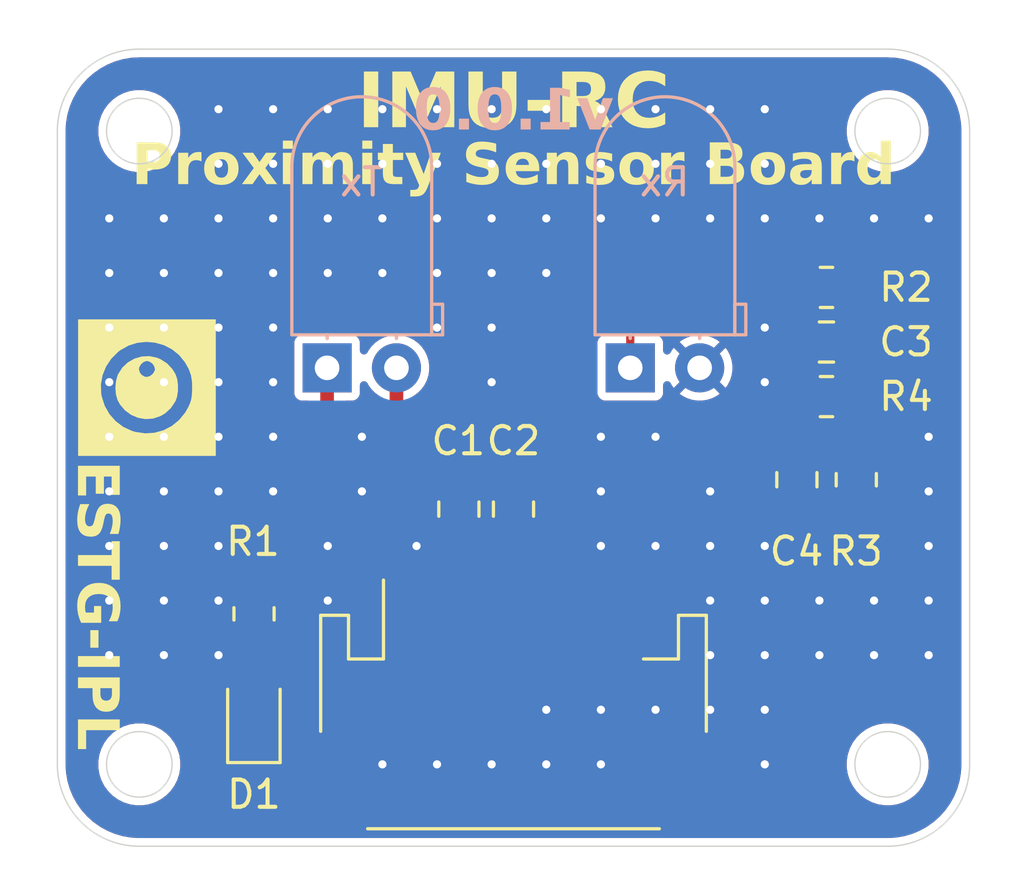
<source format=kicad_pcb>
(kicad_pcb (version 20241229) (generator "pcbnew") (generator_version "9.0")
  (layers (0 "F.Cu" signal) (2 "B.Cu" signal) (13 "F.Paste" user) (15 "B.Paste" user) (5 "F.SilkS" user "F.Silkscreen") (7 "B.SilkS" user "B.Silkscreen") (1 "F.Mask" user) (3 "B.Mask" user) (25 "Edge.Cuts" user))
  (net 0 "")
  (net 1 "GND")
  (net 2 "+3V3")
  (net 3 "Net-(D3-K)")
  (net 4 "SI")
  (net 5 "Net-(D1-A)")
  (net 6 "Net-(C3-Pad2)")
  (net 7 "SO")
  (net 8 "AO")
  (footprint "LOGO" (layer "F.Cu") (at 93.399538 78.2 -90)
    (property "Reference" "G***" (hide yes))
    (property "Value" "LOGO" (hide yes))
    (fp_poly (pts (xy 2.500923 0.019538) (xy 2.500923 2.54) (xy 0 2.54) (xy -2.500923 2.54) (xy -2.500923 0.044539) (xy -1.674774 0.044539) (xy -1.640412 0.373351) (xy -1.540809 0.691696) (xy -1.374224 0.988542) (xy -1.313562 1.068506) (xy -1.061763 1.322363) (xy -0.771087 1.515764) (xy -0.452424 1.644662) (xy -0.116659 1.705013) (xy 0.225319 1.692767) (xy 0.320461 1.67583) (xy 0.661685 1.56633) (xy 0.967138 1.393016) (xy 1.228376 1.163845) (xy 1.436958 0.886773) (xy 1.584442 0.569756) (xy 1.620037 0.450943) (xy 1.67354 0.096729) (xy 1.65316 -0.249816) (xy 1.563152 -0.579516) (xy 1.407771 -0.883194) (xy 1.191275 -1.151674) (xy 0.917917 -1.375781) (xy 0.720279 -1.489141) (xy 0.575806 -1.555057) (xy 0.449712 -1.596214) (xy 0.31135 -1.619759) (xy 0.130075 -1.632835) (xy 0.097544 -1.634323) (xy -0.199828 -1.632127) (xy -0.451926 -1.592226) (xy -0.685269 -1.507804) (xy -0.926375 -1.372042) (xy -0.928863 -1.370436) (xy -1.194608 -1.154757) (xy -1.403811 -0.894389) (xy -1.554733 -0.600363) (xy -1.645634 -0.28371) (xy -1.674774 0.044539) (xy -2.500923 0.044539) (xy -2.500923 0.019538) (xy -2.500923 -2.500923) (xy 0 -2.500923) (xy 2.500923 -2.500923)) (fill yes) (layer "F.SilkS"))
    (fp_poly (pts (xy 0.129554 -1.114539) (xy 0.344688 -1.080893) (xy 0.497144 -1.025061) (xy 0.750518 -0.856142) (xy 0.941697 -0.648396) (xy 1.042655 -0.477413) (xy 1.133606 -0.207913) (xy 1.153649 0.069327) (xy 1.107397 0.341918) (xy 0.99946 0.597475) (xy 0.83445 0.823611) (xy 0.616978 1.00794) (xy 0.456821 1.09625) (xy 0.254463 1.155294) (xy 0.016016 1.174832) (xy -0.227511 1.155434) (xy -0.44511 1.097668) (xy -0.488462 1.078904) (xy -0.732255 0.923233) (xy -0.925253 0.71845) (xy -1.062968 0.477122) (xy -1.14091 0.211819) (xy -1.150417 0.019538) (xy -0.976923 0.019538) (xy -0.942569 0.134033) (xy -0.856359 0.236298) (xy -0.743568 0.30152) (xy -0.678372 0.312615) (xy -0.572661 0.286007) (xy -0.481211 0.227649) (xy -0.408829 0.118683) (xy -0.39077 0.030489) (xy -0.424167 -0.089952) (xy -0.50847 -0.195874) (xy -0.619845 -0.262551) (xy -0.683847 -0.273539) (xy -0.781281 -0.246447) (xy -0.877647 -0.180924) (xy -0.881007 -0.177623) (xy -0.947647 -0.082386) (xy -0.976867 0.015997) (xy -0.976923 0.019538) (xy -1.150417 0.019538) (xy -1.154592 -0.064889) (xy -1.099525 -0.340434) (xy -1.043742 -0.47602) (xy -0.888538 -0.717468) (xy -0.679289 -0.912038) (xy -0.497145 -1.025061) (xy -0.320635 -1.086623) (xy -0.101978 -1.116448)) (fill yes) (layer "F.SilkS"))
  )
  (footprint "Resistor_SMD:R_0805_2012Metric" (layer "F.Cu") (at 118.258603 78.528566)
    (property "Reference" "R4" (at 2.9125 0 180) (layer "F.SilkS"))
    (property "Value" "4k02 (1%)")
    (fp_line (start -0.227064 -0.735) (end 0.227064 -0.735) (stroke (width 0.12)) (layer "F.SilkS"))
    (fp_line (start -0.227064 0.735) (end 0.227064 0.735) (stroke (width 0.12)) (layer "F.SilkS"))
    (pad "1" smd roundrect (at -0.9125 0) (size 1.025 1.4) (layers "F.Cu" "F.Mask" "F.Paste") (roundrect_rratio 0.243902) (net 8 "AO"))
    (pad "2" smd roundrect (at 0.9125 0) (size 1.025 1.4) (layers "F.Cu" "F.Mask" "F.Paste") (roundrect_rratio 0.243902) (net 6 "Net-(C3-Pad2)"))
  )
  (footprint "Resistor_SMD:R_0805_2012Metric" (layer "F.Cu") (at 118.258603 74.528566)
    (property "Reference" "R2" (at 2.9125 0 0) (layer "F.SilkS"))
    (property "Value" "100k")
    (fp_line (start -0.227064 -0.735) (end 0.227064 -0.735) (stroke (width 0.12)) (layer "F.SilkS"))
    (fp_line (start -0.227064 0.735) (end 0.227064 0.735) (stroke (width 0.12)) (layer "F.SilkS"))
    (pad "1" smd roundrect (at -0.9125 0) (size 1.025 1.4) (layers "F.Cu" "F.Mask" "F.Paste") (roundrect_rratio 0.243902) (net 3 "Net-(D3-K)"))
    (pad "2" smd roundrect (at 0.9125 0) (size 1.025 1.4) (layers "F.Cu" "F.Mask" "F.Paste") (roundrect_rratio 0.243902) (net 2 "+3V3"))
  )
  (footprint "Resistor_SMD:R_0805_2012Metric" (layer "F.Cu") (at 97.3 86.4875 90)
    (property "Reference" "R1" (at 2.65 -0.04 180) (layer "F.SilkS"))
    (property "Value" "1k")
    (fp_line (start -0.227064 -0.735) (end 0.227064 -0.735) (stroke (width 0.12)) (layer "F.SilkS"))
    (fp_line (start -0.227064 0.735) (end 0.227064 0.735) (stroke (width 0.12)) (layer "F.SilkS"))
    (pad "1" smd roundrect (at -0.9125 0 90) (size 1.025 1.4) (layers "F.Cu" "F.Mask" "F.Paste") (roundrect_rratio 0.243902) (net 5 "Net-(D1-A)"))
    (pad "2" smd roundrect (at 0.9125 0 90) (size 1.025 1.4) (layers "F.Cu" "F.Mask" "F.Paste") (roundrect_rratio 0.243902) (net 2 "+3V3"))
  )
  (footprint "Capacitor_SMD:C_0805_2012Metric" (layer "F.Cu") (at 118.258603 76.528566)
    (property "Reference" "C3" (at 2.9125 0 0) (layer "F.SilkS"))
    (property "Value" "100nF")
    (fp_line (start -0.261252 -0.735) (end 0.261252 -0.735) (stroke (width 0.12)) (layer "F.SilkS"))
    (fp_line (start -0.261252 0.735) (end 0.261252 0.735) (stroke (width 0.12)) (layer "F.SilkS"))
    (pad "1" smd roundrect (at -0.95 0) (size 1 1.45) (layers "F.Cu" "F.Mask" "F.Paste") (net 3 "Net-(D3-K)"))
    (pad "2" smd roundrect (at 0.95 0) (size 1 1.45) (layers "F.Cu" "F.Mask" "F.Paste") (net 6 "Net-(C3-Pad2)"))
  )
  (footprint "Capacitor_SMD:C_0805_2012Metric" (layer "F.Cu") (at 117.175022 81.573424 90)
    (property "Reference" "C4" (at -2.620185 -0.012908 180) (layer "F.SilkS"))
    (property "Value" "1nF")
    (fp_line (start -0.261252 -0.735) (end 0.261252 -0.735) (stroke (width 0.12)) (layer "F.SilkS"))
    (fp_line (start -0.261252 0.735) (end 0.261252 0.735) (stroke (width 0.12)) (layer "F.SilkS"))
    (pad "1" smd roundrect (at -0.95 0 90) (size 1 1.45) (layers "F.Cu" "F.Mask" "F.Paste") (net 1 "GND"))
    (pad "2" smd roundrect (at 0.95 0 90) (size 1 1.45) (layers "F.Cu" "F.Mask" "F.Paste") (net 8 "AO"))
  )
  (footprint "Capacitor_SMD:C_0805_2012Metric" (layer "F.Cu") (at 104.8 82.65 -90)
    (property "Reference" "C1" (at -2.5 0.02 180) (layer "F.SilkS"))
    (property "Value" "10uF")
    (fp_line (start -0.261252 0.735) (end 0.261252 0.735) (stroke (width 0.12)) (layer "F.SilkS"))
    (fp_line (start -0.261252 -0.735) (end 0.261252 -0.735) (stroke (width 0.12)) (layer "F.SilkS"))
    (pad "1" smd roundrect (at -0.95 0 270) (size 1 1.45) (layers "F.Cu" "F.Mask" "F.Paste") (net 1 "GND"))
    (pad "2" smd roundrect (at 0.95 0 270) (size 1 1.45) (layers "F.Cu" "F.Mask" "F.Paste") (net 4 "SI"))
  )
  (footprint "IMURCLibrary:JST_PH_S5B-PH-SM4-TB_1x05-1MP_P2.00mm_Horizontal" (layer "F.Cu") (at 106.8 89.85)
    (property "Reference" "J1" (hide yes))
    (property "Value" "Conn_01x05_Socket")
    (fp_line (start -7.06 -3.31) (end -6.04 -3.31) (stroke (width 0.12)) (layer "F.SilkS"))
    (fp_line (start -7.06 0.94) (end -7.06 -3.31) (stroke (width 0.12)) (layer "F.SilkS"))
    (fp_line (start -6.04 -3.31) (end -6.04 -1.71) (stroke (width 0.12)) (layer "F.SilkS"))
    (fp_line (start -6.04 -1.71) (end -4.76 -1.71) (stroke (width 0.12)) (layer "F.SilkS"))
    (fp_line (start -5.34 4.51) (end 5.34 4.51) (stroke (width 0.12)) (layer "F.SilkS"))
    (fp_line (start -4.76 -1.71) (end -4.76 -4.6) (stroke (width 0.12)) (layer "F.SilkS"))
    (fp_line (start 6.04 -3.31) (end 6.04 -1.71) (stroke (width 0.12)) (layer "F.SilkS"))
    (fp_line (start 6.04 -1.71) (end 4.76 -1.71) (stroke (width 0.12)) (layer "F.SilkS"))
    (fp_line (start 7.06 -3.31) (end 6.04 -3.31) (stroke (width 0.12)) (layer "F.SilkS"))
    (fp_line (start 7.06 0.94) (end 7.06 -3.31) (stroke (width 0.12)) (layer "F.SilkS"))
    (pad "1" smd roundrect (at -4 -2.85) (size 1 3.5) (layers "F.Cu" "F.Mask" "F.Paste") (net 7 "SO"))
    (pad "2" smd roundrect (at -2 -2.85) (size 1 3.5) (layers "F.Cu" "F.Mask" "F.Paste") (net 4 "SI"))
    (pad "3" smd roundrect (at 0 -2.85) (size 1 3.5) (layers "F.Cu" "F.Mask" "F.Paste") (net 2 "+3V3"))
    (pad "4" smd roundrect (at 2 -2.85) (size 1 3.5) (layers "F.Cu" "F.Mask" "F.Paste") (net 1 "GND"))
    (pad "5" smd roundrect (at 4 -2.85) (size 1 3.5) (layers "F.Cu" "F.Mask" "F.Paste") (net 8 "AO"))
    (pad "MP" smd roundrect (at -6.35 2.9) (size 1.5 3.4) (layers "F.Cu" "F.Mask" "F.Paste") (roundrect_rratio 0.166667))
    (pad "MP" smd roundrect (at 6.35 2.9) (size 1.5 3.4) (layers "F.Cu" "F.Mask" "F.Paste") (roundrect_rratio 0.166667))
  )
  (footprint "Capacitor_SMD:C_0805_2012Metric" (layer "F.Cu") (at 106.8 82.65 -90)
    (property "Reference" "C2" (at -2.5 0 180) (layer "F.SilkS"))
    (property "Value" "10uF")
    (fp_line (start -0.261252 0.735) (end 0.261252 0.735) (stroke (width 0.12)) (layer "F.SilkS"))
    (fp_line (start -0.261252 -0.735) (end 0.261252 -0.735) (stroke (width 0.12)) (layer "F.SilkS"))
    (pad "1" smd roundrect (at -0.95 0 270) (size 1 1.45) (layers "F.Cu" "F.Mask" "F.Paste") (net 1 "GND"))
    (pad "2" smd roundrect (at 0.95 0 270) (size 1 1.45) (layers "F.Cu" "F.Mask" "F.Paste") (net 2 "+3V3"))
  )
  (footprint "LED_SMD:LED_0805_2012Metric" (layer "F.Cu") (at 97.295 90.25 90)
    (property "Reference" "D1" (at -2.85 0 180) (layer "F.SilkS"))
    (property "Value" "LED")
    (fp_line (start 1 -0.96) (end -1.685 -0.96) (stroke (width 0.12)) (layer "F.SilkS"))
    (fp_line (start -1.685 -0.96) (end -1.685 0.96) (stroke (width 0.12)) (layer "F.SilkS"))
    (fp_line (start -1.685 0.96) (end 1 0.96) (stroke (width 0.12)) (layer "F.SilkS"))
    (pad "1" smd roundrect (at -0.9375 0 90) (size 0.975 1.4) (layers "F.Cu" "F.Mask" "F.Paste") (net 1 "GND"))
    (pad "2" smd roundrect (at 0.9375 0 90) (size 0.975 1.4) (layers "F.Cu" "F.Mask" "F.Paste") (net 5 "Net-(D1-A)"))
  )
  (footprint "Resistor_SMD:R_0805_2012Metric" (layer "F.Cu") (at 119.350022 81.573424 90)
    (property "Reference" "R3" (at -2.620185 -0.012908 180) (layer "F.SilkS"))
    (property "Value" "43 (1%)")
    (fp_line (start -0.227064 -0.735) (end 0.227064 -0.735) (stroke (width 0.12)) (layer "F.SilkS"))
    (fp_line (start -0.227064 0.735) (end 0.227064 0.735) (stroke (width 0.12)) (layer "F.SilkS"))
    (pad "1" smd roundrect (at -0.9125 0 90) (size 1.025 1.4) (layers "F.Cu" "F.Mask" "F.Paste") (roundrect_rratio 0.243902) (net 1 "GND"))
    (pad "2" smd roundrect (at 0.9125 0 90) (size 1.025 1.4) (layers "F.Cu" "F.Mask" "F.Paste") (roundrect_rratio 0.243902) (net 6 "Net-(C3-Pad2)"))
  )
  (footprint "LED_THT:LED_D5.0mm_Horizontal_O1.27mm_Z3.0mm_IRBlack" (layer "B.Cu") (at 111.075 77.475)
    (property "Reference" "Rx" (at 1.255 -6.805 0) (layer "B.SilkS") (effects (justify mirror)))
    (property "Value" "AA")
    (fp_line (start -1.29 -7.37) (end -1.29 -1.21) (stroke (width 0.12)) (layer "B.SilkS"))
    (fp_line (start 0 -1.21) (end 0 -1.21) (stroke (width 0.12)) (layer "B.SilkS"))
    (fp_line (start 0 -1.21) (end 0 -1.08) (stroke (width 0.12)) (layer "B.SilkS"))
    (fp_line (start 0 -1.08) (end 0 -1.21) (stroke (width 0.12)) (layer "B.SilkS"))
    (fp_line (start 0 -1.08) (end 0 -1.08) (stroke (width 0.12)) (layer "B.SilkS"))
    (fp_line (start 2.54 -1.21) (end 2.54 -1.21) (stroke (width 0.12)) (layer "B.SilkS"))
    (fp_line (start 2.54 -1.21) (end 2.54 -1.08) (stroke (width 0.12)) (layer "B.SilkS"))
    (fp_line (start 2.54 -1.08) (end 2.54 -1.21) (stroke (width 0.12)) (layer "B.SilkS"))
    (fp_line (start 2.54 -1.08) (end 2.54 -1.08) (stroke (width 0.12)) (layer "B.SilkS"))
    (fp_line (start 3.83 -7.37) (end 3.83 -1.21) (stroke (width 0.12)) (layer "B.SilkS"))
    (fp_line (start 3.83 -2.33) (end 4.23 -2.33) (stroke (width 0.12)) (layer "B.SilkS"))
    (fp_line (start 3.83 -1.21) (end -1.29 -1.21) (stroke (width 0.12)) (layer "B.SilkS"))
    (fp_line (start 3.83 -1.21) (end 3.83 -2.33) (stroke (width 0.12)) (layer "B.SilkS"))
    (fp_line (start 4.23 -2.33) (end 4.23 -1.21) (stroke (width 0.12)) (layer "B.SilkS"))
    (fp_line (start 4.23 -1.21) (end 3.83 -1.21) (stroke (width 0.12)) (layer "B.SilkS"))
    (fp_arc (start -1.29 -7.37) (mid 1.27 -9.93) (end 3.83 -7.37) (stroke (width 0.12)) (layer "B.SilkS"))
    (pad "1" thru_hole rect (at 0 0) (size 1.8 1.8) (drill 0.9) (layers "*.Cu" "*.Mask") (net 3 "Net-(D3-K)"))
    (pad "2" thru_hole circle (at 2.54 0) (size 1.8 1.8) (drill 0.9) (layers "*.Cu" "*.Mask") (net 1 "GND"))
  )
  (footprint "LED_THT:LED_D5.0mm_Horizontal_O1.27mm_Z3.0mm_Clear" (layer "B.Cu") (at 99.975 77.475)
    (property "Reference" "Tx" (at 1.265 -6.805 0) (layer "B.SilkS") (effects (justify mirror)))
    (property "Value" "IR204A")
    (fp_line (start -1.29 -7.37) (end -1.29 -1.21) (stroke (width 0.12)) (layer "B.SilkS"))
    (fp_line (start 0 -1.21) (end 0 -1.21) (stroke (width 0.12)) (layer "B.SilkS"))
    (fp_line (start 0 -1.21) (end 0 -1.08) (stroke (width 0.12)) (layer "B.SilkS"))
    (fp_line (start 0 -1.08) (end 0 -1.21) (stroke (width 0.12)) (layer "B.SilkS"))
    (fp_line (start 0 -1.08) (end 0 -1.08) (stroke (width 0.12)) (layer "B.SilkS"))
    (fp_line (start 2.54 -1.21) (end 2.54 -1.21) (stroke (width 0.12)) (layer "B.SilkS"))
    (fp_line (start 2.54 -1.21) (end 2.54 -1.08) (stroke (width 0.12)) (layer "B.SilkS"))
    (fp_line (start 2.54 -1.08) (end 2.54 -1.21) (stroke (width 0.12)) (layer "B.SilkS"))
    (fp_line (start 2.54 -1.08) (end 2.54 -1.08) (stroke (width 0.12)) (layer "B.SilkS"))
    (fp_line (start 3.83 -7.37) (end 3.83 -1.21) (stroke (width 0.12)) (layer "B.SilkS"))
    (fp_line (start 3.83 -2.33) (end 4.23 -2.33) (stroke (width 0.12)) (layer "B.SilkS"))
    (fp_line (start 3.83 -1.21) (end -1.29 -1.21) (stroke (width 0.12)) (layer "B.SilkS"))
    (fp_line (start 3.83 -1.21) (end 3.83 -2.33) (stroke (width 0.12)) (layer "B.SilkS"))
    (fp_line (start 4.23 -2.33) (end 4.23 -1.21) (stroke (width 0.12)) (layer "B.SilkS"))
    (fp_line (start 4.23 -1.21) (end 3.83 -1.21) (stroke (width 0.12)) (layer "B.SilkS"))
    (fp_arc (start -1.29 -7.37) (mid 1.27 -9.93) (end 3.83 -7.37) (stroke (width 0.12)) (layer "B.SilkS"))
    (pad "1" thru_hole rect (at 0 0) (size 1.8 1.8) (drill 0.9) (layers "*.Cu" "*.Mask") (net 7 "SO"))
    (pad "2" thru_hole circle (at 2.54 0) (size 1.8 1.8) (drill 0.9) (layers "*.Cu" "*.Mask") (net 4 "SI"))
  )
  (gr_line (start 123.5 68.8) (end 123.5 92) (stroke (width 0.05)) (layer "Edge.Cuts"))
  (gr_arc (start 123.5 92) (mid 122.62132 94.12132) (end 120.5 95) (stroke (width 0.05)) (layer "Edge.Cuts"))
  (gr_line (start 93.1 95) (end 120.5 95) (stroke (width 0.05)) (layer "Edge.Cuts"))
  (gr_circle (center 93.1 92) (end 94.3 92) (stroke (width 0.05)) (fill no) (layer "Edge.Cuts"))
  (gr_circle (center 120.5 68.8) (end 121.7 68.8) (stroke (width 0.05)) (fill no) (layer "Edge.Cuts"))
  (gr_arc (start 120.5 65.8) (mid 122.62132 66.67868) (end 123.5 68.8) (stroke (width 0.05)) (layer "Edge.Cuts"))
  (gr_arc (start 90.1 68.8) (mid 90.97868 66.67868) (end 93.1 65.8) (stroke (width 0.05)) (layer "Edge.Cuts"))
  (gr_line (start 90.1 68.8) (end 90.1 92) (stroke (width 0.05)) (layer "Edge.Cuts"))
  (gr_arc (start 93.1 95) (mid 90.97868 94.12132) (end 90.1 92) (stroke (width 0.05)) (layer "Edge.Cuts"))
  (gr_circle (center 93.1 68.8) (end 94.3 68.8) (stroke (width 0.05)) (fill no) (layer "Edge.Cuts"))
  (gr_circle (center 120.5 92) (end 121.7 92) (stroke (width 0.05)) (fill no) (layer "Edge.Cuts"))
  (gr_line (start 93.1 65.8) (end 120.5 65.8) (stroke (width 0.05)) (layer "Edge.Cuts"))
  (gr_text "Proximity Sensor Board" (at 106.8 71 0) (layer "F.SilkS") (effects (font (size 1.5 1.5) (thickness 0.3) (bold yes)) (justify bottom)))
  (gr_text "ESTG-IPL" (at 90.6 80.87 -90) (layer "F.SilkS") (effects (font (size 1.5 1.5) (thickness 0.3) (bold yes)) (justify left bottom)))
  (gr_text "IMU-RC" (at 106.8 69 0) (layer "F.SilkS") (effects (font (size 2 2) (thickness 0.25) (bold yes)) (justify bottom)))
  (gr_text "v1.0.0" (at 106.8 69 0) (layer "B.SilkS") (effects (font (size 1.5 1.5) (thickness 0.3) (bold yes)) (justify bottom mirror)))
  (via (at 96 78) (size 0.6) (drill 0.3) (layers "F.Cu" "B.Cu") (net 1))
  (via (at 104 70) (size 0.6) (drill 0.3) (layers "F.Cu" "B.Cu") (net 1))
  (via (at 96 70) (size 0.6) (drill 0.3) (layers "F.Cu" "B.Cu") (net 1))
  (via (at 94 76) (size 0.6) (drill 0.3) (layers "F.Cu" "B.Cu") (net 1))
  (via (at 92 82) (size 0.6) (drill 0.3) (layers "F.Cu" "B.Cu") (net 1))
  (via (at 100 72) (size 0.6) (drill 0.3) (layers "F.Cu" "B.Cu") (net 1))
  (via (at 92 80) (size 0.6) (drill 0.3) (layers "F.Cu" "B.Cu") (net 1))
  (via (at 112 90) (size 0.6) (drill 0.3) (layers "F.Cu" "B.Cu") (net 1))
  (via (at 112 72) (size 0.6) (drill 0.3) (layers "F.Cu" "B.Cu") (net 1))
  (via (at 110 72) (size 0.6) (drill 0.3) (layers "F.Cu" "B.Cu") (net 1))
  (via (at 118 88) (size 0.6) (drill 0.3) (layers "F.Cu" "B.Cu") (net 1))
  (via (at 108 74) (size 0.6) (drill 0.3) (layers "F.Cu" "B.Cu") (net 1))
  (via (at 92 84) (size 0.6) (drill 0.3) (layers "F.Cu" "B.Cu") (net 1))
  (via (at 116 84) (size 0.6) (drill 0.3) (layers "F.Cu" "B.Cu") (net 1))
  (via (at 98 74) (size 0.6) (drill 0.3) (layers "F.Cu" "B.Cu") (net 1))
  (via (at 98 82) (size 0.6) (drill 0.3) (layers "F.Cu" "B.Cu") (net 1))
  (via (at 122 82) (size 0.6) (drill 0.3) (layers "F.Cu" "B.Cu") (net 1))
  (via (at 112 84) (size 0.6) (drill 0.3) (layers "F.Cu" "B.Cu") (net 1))
  (via (at 104 72) (size 0.6) (drill 0.3) (layers "F.Cu" "B.Cu") (net 1))
  (via (at 96 88) (size 0.6) (drill 0.3) (layers "F.Cu" "B.Cu") (net 1))
  (via (at 106 78) (size 0.6) (drill 0.3) (layers "F.Cu" "B.Cu") (net 1))
  (via (at 122 80) (size 0.6) (drill 0.3) (layers "F.Cu" "B.Cu") (net 1))
  (via (at 92 72) (size 0.6) (drill 0.3) (layers "F.Cu" "B.Cu") (net 1))
  (via (at 122 72) (size 0.6) (drill 0.3) (layers "F.Cu" "B.Cu") (net 1))
  (via (at 98 68) (size 0.6) (drill 0.3) (layers "F.Cu" "B.Cu") (net 1))
  (via (at 114 84) (size 0.6) (drill 0.3) (layers "F.Cu" "B.Cu") (net 1))
  (via (at 104 76) (size 0.6) (drill 0.3) (layers "F.Cu" "B.Cu") (net 1))
  (via (at 94 74) (size 0.6) (drill 0.3) (layers "F.Cu" "B.Cu") (net 1))
  (via (at 116 92) (size 0.6) (drill 0.3) (layers "F.Cu" "B.Cu") (net 1))
  (via (at 94 78) (size 0.6) (drill 0.3) (layers "F.Cu" "B.Cu") (net 1))
  (via (at 116 86) (size 0.6) (drill 0.3) (layers "F.Cu" "B.Cu") (net 1))
  (via (at 102 74) (size 0.6) (drill 0.3) (layers "F.Cu" "B.Cu") (net 1))
  (via (at 94 80) (size 0.6) (drill 0.3) (layers "F.Cu" "B.Cu") (net 1))
  (via (at 112 80) (size 0.6) (drill 0.3) (layers "F.Cu" "B.Cu") (net 1))
  (via (at 114 90) (size 0.6) (drill 0.3) (layers "F.Cu" "B.Cu") (net 1))
  (via (at 96 84) (size 0.6) (drill 0.3) (layers "F.Cu" "B.Cu") (net 1))
  (via (at 110 84) (size 0.6) (drill 0.3) (layers "F.Cu" "B.Cu") (net 1))
  (via (at 116 90) (size 0.6) (drill 0.3) (layers "F.Cu" "B.Cu") (net 1))
  (via (at 96 82) (size 0.6) (drill 0.3) (layers "F.Cu" "B.Cu") (net 1))
  (via (at 120 88) (size 0.6) (drill 0.3) (layers "F.Cu" "B.Cu") (net 1))
  (via (at 110 70) (size 0.6) (drill 0.3) (layers "F.Cu" "B.Cu") (net 1))
  (via (at 102 92) (size 0.6) (drill 0.3) (layers "F.Cu" "B.Cu") (net 1))
  (via (at 114 72) (size 0.6) (drill 0.3) (layers "F.Cu" "B.Cu") (net 1))
  (via (at 118 72) (size 0.6) (drill 0.3) (layers "F.Cu" "B.Cu") (net 1))
  (via (at 110 82) (size 0.6) (drill 0.3) (layers "F.Cu" "B.Cu") (net 1))
  (via (at 100 70) (size 0.6) (drill 0.3) (layers "F.Cu" "B.Cu") (net 1))
  (via (at 98 72) (size 0.6) (drill 0.3) (layers "F.Cu" "B.Cu") (net 1))
  (via (at 116 72) (size 0.6) (drill 0.3) (layers "F.Cu" "B.Cu") (net 1))
  (via (at 104 68) (size 0.6) (drill 0.3) (layers "F.Cu" "B.Cu") (net 1))
  (via (at 102 68) (size 0.6) (drill 0.3) (layers "F.Cu" "B.Cu") (net 1))
  (via (at 114 88) (size 0.6) (drill 0.3) (layers "F.Cu" "B.Cu") (net 1))
  (via (at 112 68) (size 0.6) (drill 0.3) (layers "F.Cu" "B.Cu") (net 1))
  (via (at 96 74) (size 0.6) (drill 0.3) (layers "F.Cu" "B.Cu") (net 1))
  (via (at 92 76) (size 0.6) (drill 0.3) (layers "F.Cu" "B.Cu") (net 1))
  (via (at 116 70) (size 0.6) (drill 0.3) (layers "F.Cu" "B.Cu") (net 1))
  (via (at 100 68) (size 0.6) (drill 0.3) (layers "F.Cu" "B.Cu") (net 1))
  (via (at 92 88) (size 0.6) (drill 0.3) (layers "F.Cu" "B.Cu") (net 1))
  (via (at 112 70) (size 0.6) (drill 0.3) (layers "F.Cu" "B.Cu") (net 1))
  (via (at 110 90) (size 0.6) (drill 0.3) (layers "F.Cu" "B.Cu") (net 1))
  (via (at 116 88) (size 0.6) (drill 0.3) (layers "F.Cu" "B.Cu") (net 1))
  (via (at 122 84) (size 0.6) (drill 0.3) (layers "F.Cu" "B.Cu") (net 1))
  (via (at 96 86) (size 0.6) (drill 0.3) (layers "F.Cu" "B.Cu") (net 1))
  (via (at 122 88) (size 0.6) (drill 0.3) (layers "F.Cu" "B.Cu") (net 1))
  (via (at 106 68) (size 0.6) (drill 0.3) (layers "F.Cu" "B.Cu") (net 1))
  (via (at 122 86) (size 0.6) (drill 0.3) (layers "F.Cu" "B.Cu") (net 1))
  (via (at 106 76) (size 0.6) (drill 0.3) (layers "F.Cu" "B.Cu") (net 1))
  (via (at 108 72) (size 0.6) (drill 0.3) (layers "F.Cu" "B.Cu") (net 1))
  (via (at 94 88) (size 0.6) (drill 0.3) (layers "F.Cu" "B.Cu") (net 1))
  (via (at 100 86) (size 0.6) (drill 0.3) (layers "F.Cu" "B.Cu") (net 1))
  (via (at 94 72) (size 0.6) (drill 0.3) (layers "F.Cu" "B.Cu") (net 1))
  (via (at 108 92) (size 0.6) (drill 0.3) (layers "F.Cu" "B.Cu") (net 1))
  (via (at 106 70) (size 0.6) (drill 0.3) (layers "F.Cu" "B.Cu") (net 1))
  (via (at 110 80) (size 0.6) (drill 0.3) (layers "F.Cu" "B.Cu") (net 1))
  (via (at 100 84) (size 0.6) (drill 0.3) (layers "F.Cu" "B.Cu") (net 1))
  (via (at 108 90) (size 0.6) (drill 0.3) (layers "F.Cu" "B.Cu") (net 1))
  (via (at 116 78) (size 0.6) (drill 0.3) (layers "F.Cu" "B.Cu") (net 1))
  (via (at 118 86) (size 0.6) (drill 0.3) (layers "F.Cu" "B.Cu") (net 1))
  (via (at 114 70) (size 0.6) (drill 0.3) (layers "F.Cu" "B.Cu") (net 1))
  (via (at 116 68) (size 0.6) (drill 0.3) (layers "F.Cu" "B.Cu") (net 1))
  (via (at 110 68) (size 0.6) (drill 0.3) (layers "F.Cu" "B.Cu") (net 1))
  (via (at 98 78) (size 0.6) (drill 0.3) (layers "F.Cu" "B.Cu") (net 1))
  (via (at 101.25 80) (size 0.6) (drill 0.3) (layers "F.Cu" "B.Cu") (net 1))
  (via (at 106 92) (size 0.6) (drill 0.3) (layers "F.Cu" "B.Cu") (net 1))
  (via (at 108 68) (size 0.6) (drill 0.3) (layers "F.Cu" "B.Cu") (net 1))
  (via (at 106 74) (size 0.6) (drill 0.3) (layers "F.Cu" "B.Cu") (net 1))
  (via (at 110 92) (size 0.6) (drill 0.3) (layers "F.Cu" "B.Cu") (net 1))
  (via (at 104 92) (size 0.6) (drill 0.3) (layers "F.Cu" "B.Cu") (net 1))
  (via (at 120 72) (size 0.6) (drill 0.3) (layers "F.Cu" "B.Cu") (net 1))
  (via (at 94 82) (size 0.6) (drill 0.3) (layers "F.Cu" "B.Cu") (net 1))
  (via (at 98 76) (size 0.6) (drill 0.3) (layers "F.Cu" "B.Cu") (net 1))
  (via (at 101.25 82) (size 0.6) (drill 0.3) (layers "F.Cu" "B.Cu") (net 1))
  (via (at 94 86) (size 0.6) (drill 0.3) (layers "F.Cu" "B.Cu") (net 1))
  (via (at 102 72) (size 0.6) (drill 0.3) (layers "F.Cu" "B.Cu") (net 1))
  (via (at 92 78) (size 0.6) (drill 0.3) (layers "F.Cu" "B.Cu") (net 1))
  (via (at 114 82) (size 0.6) (drill 0.3) (layers "F.Cu" "B.Cu") (net 1))
  (via (at 106 72) (size 0.6) (drill 0.3) (layers "F.Cu" "B.Cu") (net 1))
  (via (at 102 70) (size 0.6) (drill 0.3) (layers "F.Cu" "B.Cu") (net 1))
  (via (at 114 68) (size 0.6) (drill 0.3) (layers "F.Cu" "B.Cu") (net 1))
  (via (at 96 68) (size 0.6) (drill 0.3) (layers "F.Cu" "B.Cu") (net 1))
  (via (at 98 70) (size 0.6) (drill 0.3) (layers "F.Cu" "B.Cu") (net 1))
  (via (at 104 74) (size 0.6) (drill 0.3) (layers "F.Cu" "B.Cu") (net 1))
  (via (at 96 76) (size 0.6) (drill 0.3) (layers "F.Cu" "B.Cu") (net 1))
  (via (at 100 74) (size 0.6) (drill 0.3) (layers "F.Cu" "B.Cu") (net 1))
  (via (at 120 86) (size 0.6) (drill 0.3) (layers "F.Cu" "B.Cu") (net 1))
  (via (at 92 74) (size 0.6) (drill 0.3) (layers "F.Cu" "B.Cu") (net 1))
  (via (at 103.25 84) (size 0.6) (drill 0.3) (layers "F.Cu" "B.Cu") (net 1))
  (via (at 98 80) (size 0.6) (drill 0.3) (layers "F.Cu" "B.Cu") (net 1))
  (via (at 96 80) (size 0.6) (drill 0.3) (layers "F.Cu" "B.Cu") (net 1))
  (via (at 108 70) (size 0.6) (drill 0.3) (layers "F.Cu" "B.Cu") (net 1))
  (via (at 94 84) (size 0.6) (drill 0.3) (layers "F.Cu" "B.Cu") (net 1))
  (via (at 116 76) (size 0.6) (drill 0.3) (layers "F.Cu" "B.Cu") (net 1))
  (via (at 92 86) (size 0.6) (drill 0.3) (layers "F.Cu" "B.Cu") (net 1))
  (via (at 114 86) (size 0.6) (drill 0.3) (layers "F.Cu" "B.Cu") (net 1))
  (via (at 96 72) (size 0.6) (drill 0.3) (layers "F.Cu" "B.Cu") (net 1))
  (segment (start 118.48 73.02) (end 119.171103 73.711103) (width 0.3) (layer "F.Cu") (net 2))
  (segment (start 106.8 87) (end 106.8 83.6) (width 0.3) (layer "F.Cu") (net 2))
  (segment (start 108.89 82.79) (end 108.89 74.78) (width 0.3) (layer "F.Cu") (net 2))
  (segment (start 106.8 87) (end 106.8 89.1) (width 0.3) (layer "F.Cu") (net 2))
  (segment (start 99.42 87.26) (end 97.735 85.575) (width 0.3) (layer "F.Cu") (net 2))
  (segment (start 119.171103 73.711103) (end 119.171103 74.528566) (width 0.3) (layer "F.Cu") (net 2))
  (segment (start 105.97 89.93) (end 100.58 89.93) (width 0.3) (layer "F.Cu") (net 2))
  (segment (start 106.8 83.6) (end 108.08 83.6) (width 0.3) (layer "F.Cu") (net 2))
  (segment (start 97.735 85.575) (end 97.3 85.575) (width 0.3) (layer "F.Cu") (net 2))
  (segment (start 100.58 89.93) (end 99.42 88.77) (width 0.3) (layer "F.Cu") (net 2))
  (segment (start 99.42 88.77) (end 99.42 87.26) (width 0.3) (layer "F.Cu") (net 2))
  (segment (start 108.89 74.78) (end 110.65 73.02) (width 0.3) (layer "F.Cu") (net 2))
  (segment (start 106.8 89.1) (end 105.97 89.93) (width 0.3) (layer "F.Cu") (net 2))
  (segment (start 110.65 73.02) (end 118.48 73.02) (width 0.3) (layer "F.Cu") (net 2))
  (segment (start 108.08 83.6) (end 108.89 82.79) (width 0.3) (layer "F.Cu") (net 2))
  (segment (start 117.346103 76.491066) (end 117.308603 76.528566) (width 0.3) (layer "F.Cu") (net 3))
  (segment (start 112.171434 74.528566) (end 117.346103 74.528566) (width 0.3) (layer "F.Cu") (net 3))
  (segment (start 117.346103 74.528566) (end 117.346103 76.491066) (width 0.3) (layer "F.Cu") (net 3))
  (segment (start 111.075 77.475) (end 111.075 75.625) (width 0.3) (layer "F.Cu") (net 3))
  (segment (start 111.075 75.625) (end 112.171434 74.528566) (width 0.3) (layer "F.Cu") (net 3))
  (segment (start 104.8 83.6) (end 104.5 83.6) (width 0.5) (layer "F.Cu") (net 4))
  (segment (start 102.515 81.615) (end 102.515 77.475) (width 0.5) (layer "F.Cu") (net 4))
  (segment (start 104.8 83.6) (end 104.8 87) (width 0.5) (layer "F.Cu") (net 4))
  (segment (start 104.5 83.6) (end 102.515 81.615) (width 0.5) (layer "F.Cu") (net 4))
  (segment (start 97.3 87.4) (end 97.3 89.3075) (width 0.3) (layer "F.Cu") (net 5))
  (segment (start 97.3 89.3075) (end 97.295 89.3125) (width 0.3) (layer "F.Cu") (net 5))
  (segment (start 119.208603 78.491066) (end 119.171103 78.528566) (width 0.3) (layer "F.Cu") (net 6))
  (segment (start 119.171103 80.482005) (end 119.350022 80.660924) (width 0.3) (layer "F.Cu") (net 6))
  (segment (start 119.208603 76.528566) (end 119.208603 78.491066) (width 0.3) (layer "F.Cu") (net 6))
  (segment (start 119.171103 78.528566) (end 119.171103 80.482005) (width 0.3) (layer "F.Cu") (net 6))
  (segment (start 102.8 87) (end 102.8 85.06) (width 0.5) (layer "F.Cu") (net 7))
  (segment (start 99.975 82.235) (end 99.975 77.475) (width 0.5) (layer "F.Cu") (net 7))
  (segment (start 102.8 85.06) (end 99.975 82.235) (width 0.5) (layer "F.Cu") (net 7))
  (segment (start 117.346103 78.528566) (end 117.346103 80.452343) (width 0.3) (layer "F.Cu") (net 8))
  (segment (start 110.8 83.49) (end 110.8 87) (width 0.3) (layer "F.Cu") (net 8))
  (segment (start 117.346103 80.452343) (end 117.175022 80.623424) (width 0.3) (layer "F.Cu") (net 8))
  (segment (start 113.666576 80.623424) (end 110.8 83.49) (width 0.3) (layer "F.Cu") (net 8))
  (segment (start 117.175022 80.623424) (end 113.666576 80.623424) (width 0.3) (layer "F.Cu") (net 8))
  (zone (net 1) (net_name "GND") (layers "F.Cu" "B.Cu") (name "stitch_zone_0") (priority 1) (connect_pads (clearance 0.3)) (min_thickness 0.3) (fill yes (thermal_gap 0.3) (thermal_bridge_width 0.3))
    (polygon (pts (xy 88 64) (xy 125.5 64) (xy 125.5 96.4) (xy 88 96.4)))
  )
)
</source>
